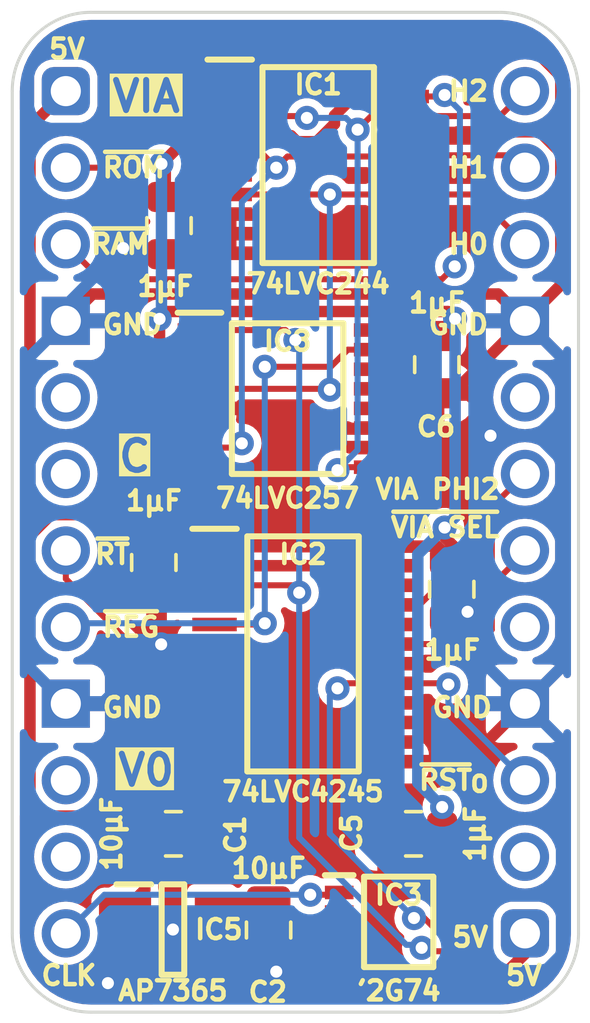
<source format=kicad_pcb>
(kicad_pcb (version 20221018) (generator pcbnew)
  (layers (0 "F.Cu" signal) (31 "B.Cu" signal) (34 "B.Paste" user) (36 "B.SilkS" user "B.Silkscreen") (37 "F.SilkS" user "F.Silkscreen") (38 "B.Mask" user) (39 "F.Mask" user) (44 "Edge.Cuts" user))
  (net 0 "")
  (net 2 "/~{Device ROM}")
  (net 7 "/5V")
  (net 8 "/GND")
  (net 9 "/3.3V")
  (net 10 "/~{Reset}")
  (net 11 "/1~{Q}")
  (net 12 "/CLK")
  (net 13 "/CLK÷2")
  (net 14 "/~{Reset}_{OUT}")
  (net 15 "/VIA PHI2 _{OUT}")
  (net 18 "/H0")
  (net 19 "/H1")
  (net 20 "/H2")
  (net 21 "/~{Device Registers}")
  (net 26 "/~{VIA Select} _{OUT}")
  (net 30 "/~{Device RAM}")
  (footprint "SamacSys_Parts:SOP65P400X110-8N" (layer "F.Cu") (at 138.049 111.379)
    (fp_text reference "IC3" (at 0 -0.889) (layer "F.SilkS") (effects (font (size 0.635 0.635))))
    (fp_text value "74LVC2G74DP,125" hide)
    (fp_text user "${Silkscreen}" (at 0 2.286) (layer "F.SilkS") (effects (font (size 0.635 0.635))))
    (fp_line (start -2.45 -1.55) (end -1.5 -1.55) (stroke (width 0.2)) (layer "F.SilkS"))
    (fp_line (start -1.15 -1.5) (end 1.15 -1.5) (stroke (width 0.2)) (layer "F.SilkS"))
    (fp_line (start -1.15 1.5) (end -1.15 -1.5) (stroke (width 0.2)) (layer "F.SilkS"))
    (fp_line (start 1.15 -1.5) (end 1.15 1.5) (stroke (width 0.2)) (layer "F.SilkS"))
    (fp_line (start 1.15 1.5) (end -1.15 1.5) (stroke (width 0.2)) (layer "F.SilkS"))
    (pad "1" smd rect (at -1.975 -0.975 90) (size 0.45 0.95) (layers "F.Cu" "F.Paste" "F.Mask") (net 12 "/CLK"))
    (pad "2" smd rect (at -1.975 -0.325 90) (size 0.45 0.95) (layers "F.Cu" "F.Paste" "F.Mask") (net 11 "/1~{Q}"))
    (pad "3" smd rect (at -1.975 0.325 90) (size 0.45 0.95) (layers "F.Cu" "F.Paste" "F.Mask") (net 11 "/1~{Q}"))
    (pad "4" smd rect (at -1.975 0.975 90) (size 0.45 0.95) (layers "F.Cu" "F.Paste" "F.Mask") (net 8 "/GND"))
    (pad "5" smd rect (at 1.975 0.975 90) (size 0.45 0.95) (layers "F.Cu" "F.Paste" "F.Mask") (net 13 "/CLK÷2"))
    (pad "6" smd rect (at 1.975 0.325 90) (size 0.45 0.95) (layers "F.Cu" "F.Paste" "F.Mask") (net 14 "/~{Reset}_{OUT}"))
    (pad "7" smd rect (at 1.975 -0.325 90) (size 0.45 0.95) (layers "F.Cu" "F.Paste" "F.Mask") (net 9 "/3.3V"))
    (pad "8" smd rect (at 1.975 -0.975 90) (size 0.45 0.95) (layers "F.Cu" "F.Paste" "F.Mask") (net 9 "/3.3V"))
  )
  (footprint "SamacSys_Parts:SOP65P640X110-20N" (layer "F.Cu") (at 135.378 86.274)
    (fp_text reference "IC1" (at 0 -2.667) (layer "F.SilkS") (effects (font (size 0.635 0.635))))
    (fp_text value "74LVC244APW,118" hide)
    (fp_text user "${Silkscreen}" (at 0 3.937) (layer "F.SilkS") (effects (font (size 0.635 0.635))))
    (fp_line (start -3.675 -3.5) (end -2.2 -3.5) (stroke (width 0.2)) (layer "F.SilkS"))
    (fp_line (start -1.85 -3.25) (end 1.85 -3.25) (stroke (width 0.2)) (layer "F.SilkS"))
    (fp_line (start -1.85 3.25) (end -1.85 -3.25) (stroke (width 0.2)) (layer "F.SilkS"))
    (fp_line (start 1.85 -3.25) (end 1.85 3.25) (stroke (width 0.2)) (layer "F.SilkS"))
    (fp_line (start 1.85 3.25) (end -1.85 3.25) (stroke (width 0.2)) (layer "F.SilkS"))
    (pad "1" smd rect (at -2.938 -2.925 90) (size 0.45 1.475) (layers "F.Cu" "F.Paste" "F.Mask") (net 2 "/~{Device ROM}"))
    (pad "2" smd rect (at -2.938 -2.275 90) (size 0.45 1.475) (layers "F.Cu" "F.Paste" "F.Mask") (net 8 "/GND"))
    (pad "3" smd rect (at -2.938 -1.625 90) (size 0.45 1.475) (layers "F.Cu" "F.Paste" "F.Mask") (net 20 "/H2"))
    (pad "4" smd rect (at -2.938 -0.975 90) (size 0.45 1.475) (layers "F.Cu" "F.Paste" "F.Mask") (net 9 "/3.3V"))
    (pad "5" smd rect (at -2.938 -0.325 90) (size 0.45 1.475) (layers "F.Cu" "F.Paste" "F.Mask") (net 19 "/H1"))
    (pad "6" smd rect (at -2.938 0.325 90) (size 0.45 1.475) (layers "F.Cu" "F.Paste" "F.Mask") (net 9 "/3.3V"))
    (pad "7" smd rect (at -2.938 0.975 90) (size 0.45 1.475) (layers "F.Cu" "F.Paste" "F.Mask") (net 18 "/H0"))
    (pad "8" smd rect (at -2.938 1.625 90) (size 0.45 1.475) (layers "F.Cu" "F.Paste" "F.Mask") (net 8 "/GND"))
    (pad "9" smd rect (at -2.938 2.275 90) (size 0.45 1.475) (layers "F.Cu" "F.Paste" "F.Mask") (net 8 "/GND"))
    (pad "10" smd rect (at -2.938 2.925 90) (size 0.45 1.475) (layers "F.Cu" "F.Paste" "F.Mask") (net 8 "/GND"))
    (pad "11" smd rect (at 2.938 2.925 90) (size 0.45 1.475) (layers "F.Cu" "F.Paste" "F.Mask"))
    (pad "12" smd rect (at 2.938 2.275 90) (size 0.45 1.475) (layers "F.Cu" "F.Paste" "F.Mask"))
    (pad "13" smd rect (at 2.938 1.625 90) (size 0.45 1.475) (layers "F.Cu" "F.Paste" "F.Mask") (net 8 "/GND"))
    (pad "14" smd rect (at 2.938 0.975 90) (size 0.45 1.475) (layers "F.Cu" "F.Paste" "F.Mask") (net 18 "/H0"))
    (pad "15" smd rect (at 2.938 0.325 90) (size 0.45 1.475) (layers "F.Cu" "F.Paste" "F.Mask") (net 8 "/GND"))
    (pad "16" smd rect (at 2.938 -0.325 90) (size 0.45 1.475) (layers "F.Cu" "F.Paste" "F.Mask") (net 19 "/H1"))
    (pad "17" smd rect (at 2.938 -0.975 90) (size 0.45 1.475) (layers "F.Cu" "F.Paste" "F.Mask") (net 8 "/GND"))
    (pad "18" smd rect (at 2.938 -1.625 90) (size 0.45 1.475) (layers "F.Cu" "F.Paste" "F.Mask") (net 20 "/H2"))
    (pad "19" smd rect (at 2.938 -2.275 90) (size 0.45 1.475) (layers "F.Cu" "F.Paste" "F.Mask") (net 30 "/~{Device RAM}"))
    (pad "20" smd rect (at 2.938 -2.925 90) (size 0.45 1.475) (layers "F.Cu" "F.Paste" "F.Mask") (net 9 "/3.3V"))
  )
  (footprint "SamacSys_Parts:C_0805" (layer "F.Cu") (at 139.315 92.878 180)
    (fp_text reference "C6" (at 0.027 -2.075) (layer "F.SilkS") (effects (font (size 0.635 0.635))))
    (fp_text value "1μF" (at 0 2.032) (layer "F.SilkS") (effects (font (size 0.635 0.635))))
    (fp_line (start -0.735 0.245252) (end -0.735 -0.277252) (stroke (width 0.12)) (layer "F.SilkS"))
    (fp_line (start 0.735 0.245252) (end 0.735 -0.277252) (stroke (width 0.12)) (layer "F.SilkS"))
    (pad "1" smd roundrect (at 0 0.934 270) (size 1 1.45) (layers "F.Cu" "F.Paste" "F.Mask") (net 9 "/3.3V"))
    (pad "2" smd roundrect (at 0 -0.966 270) (size 1 1.45) (layers "F.Cu" "F.Paste" "F.Mask") (net 8 "/GND"))
  )
  (footprint "SamacSys_Parts:C_0805" (layer "F.Cu") (at 138.557 108.458 90)
    (fp_text reference "C5" (at 0.027 -2.075 90) (layer "F.SilkS") (effects (font (size 0.635 0.635))))
    (fp_text value "1μF" (at 0 2.032 90) (layer "F.SilkS") (effects (font (size 0.635 0.635))))
    (fp_line (start -0.735 0.245252) (end -0.735 -0.277252) (stroke (width 0.12)) (layer "F.SilkS"))
    (fp_line (start 0.735 0.245252) (end 0.735 -0.277252) (stroke (width 0.12)) (layer "F.SilkS"))
    (pad "1" smd roundrect (at 0 0.934 180) (size 1 1.45) (layers "F.Cu" "F.Paste" "F.Mask") (net 9 "/3.3V"))
    (pad "2" smd roundrect (at 0 -0.966 180) (size 1 1.45) (layers "F.Cu" "F.Paste" "F.Mask") (net 8 "/GND"))
  )
  (footprint "SamacSys_Parts:C_0805" (layer "F.Cu") (at 139.81 100.33 180)
    (fp_text reference "C3" hide)
    (fp_text value "1μF" (at -0.017 -2.032) (layer "F.SilkS") (effects (font (size 0.635 0.635))))
    (fp_line (start -0.735 0.245252) (end -0.735 -0.277252) (stroke (width 0.12)) (layer "F.SilkS"))
    (fp_line (start 0.735 0.245252) (end 0.735 -0.277252) (stroke (width 0.12)) (layer "F.SilkS"))
    (pad "1" smd roundrect (at 0 0.934 270) (size 1 1.45) (layers "F.Cu" "F.Paste" "F.Mask") (net 9 "/3.3V"))
    (pad "2" smd roundrect (at 0 -0.966 270) (size 1 1.45) (layers "F.Cu" "F.Paste" "F.Mask") (net 8 "/GND"))
  )
  (footprint "SamacSys_Parts:C_0805" (layer "F.Cu") (at 130.425 88.265 180)
    (fp_text reference "C9" hide)
    (fp_text value "1μF" (at 0.123 -2.032) (layer "F.SilkS") (effects (font (size 0.635 0.635))))
    (fp_line (start -0.735 0.245252) (end -0.735 -0.277252) (stroke (width 0.12)) (layer "F.SilkS"))
    (fp_line (start 0.735 0.245252) (end 0.735 -0.277252) (stroke (width 0.12)) (layer "F.SilkS"))
    (pad "1" smd roundrect (at 0 0.934 270) (size 1 1.45) (layers "F.Cu" "F.Paste" "F.Mask") (net 9 "/3.3V"))
    (pad "2" smd roundrect (at 0 -0.966 270) (size 1 1.45) (layers "F.Cu" "F.Paste" "F.Mask") (net 8 "/GND"))
  )
  (footprint "SamacSys_Parts:C_0805" (layer "F.Cu") (at 133.731 111.633 180)
    (fp_text reference "C2" (at 0.027 -2.075) (layer "F.SilkS") (effects (font (size 0.635 0.635))))
    (fp_text value "10μF" (at 0 2.032) (layer "F.SilkS") (effects (font (size 0.635 0.635))))
    (fp_line (start -0.735 0.245252) (end -0.735 -0.277252) (stroke (width 0.12)) (layer "F.SilkS"))
    (fp_line (start 0.735 0.245252) (end 0.735 -0.277252) (stroke (width 0.12)) (layer "F.SilkS"))
    (pad "1" smd roundrect (at 0 0.934 270) (size 1 1.45) (layers "F.Cu" "F.Paste" "F.Mask") (net 9 "/3.3V"))
    (pad "2" smd roundrect (at 0 -0.966 270) (size 1 1.45) (layers "F.Cu" "F.Paste" "F.Mask") (net 8 "/GND"))
  )
  (footprint "SamacSys_Parts:DIP-24_Board_W15.24mm" (layer "F.Cu") (at 127 83.82)
    (fp_text reference "J3" hide)
    (fp_text value "Conn_02x16_Counter_Clockwise" hide)
    (fp_line (start -1.778 27.94) (end -1.778 0) (stroke (width 0.1)) (layer "Edge.Cuts"))
    (fp_line (start 0.835732 -2.613732) (end 14.404267 -2.613733) (stroke (width 0.1)) (layer "Edge.Cuts"))
    (fp_line (start 14.404268 30.553732) (end 0.835733 30.553733) (stroke (width 0.1)) (layer "Edge.Cuts"))
    (fp_line (start 17.018 27.94) (end 17.017999 -0.000001) (stroke (width 0.1)) (layer "Edge.Cuts"))
    (fp_arc (start -1.778 0) (mid -1.012456 -1.848188) (end 0.835732 -2.613732) (stroke (width 0.1)) (layer "Edge.Cuts"))
    (fp_arc (start 0.835733 30.553733) (mid -1.012457 29.788189) (end -1.778 27.94) (stroke (width 0.1)) (layer "Edge.Cuts"))
    (fp_arc (start 14.404267 -2.613733) (mid 16.252457 -1.84819) (end 17.017999 -0.000001) (stroke (width 0.1)) (layer "Edge.Cuts"))
    (fp_arc (start 17.018 27.94) (mid 16.252456 29.788187) (end 14.404268 30.553732) (stroke (width 0.1)) (layer "Edge.Cuts"))
    (pad "1" thru_hole roundrect (at 0 0) (size 1.6 1.6) (drill 1) (layers "*.Cu" "*.Mask") (net 7 "/5V"))
    (pad "2" thru_hole oval (at 0 2.54) (size 1.6 1.6) (drill 1) (layers "*.Cu" "*.Mask") (net 2 "/~{Device ROM}"))
    (pad "3" thru_hole oval (at 0 5.08) (size 1.6 1.6) (drill 1) (layers "*.Cu" "*.Mask") (net 30 "/~{Device RAM}"))
    (pad "4" thru_hole rect (at 0 7.62) (size 1.6 1.6) (drill 1) (layers "*.Cu" "*.Mask") (net 8 "/GND"))
    (pad "5" thru_hole oval (at 0 10.16) (size 1.6 1.6) (drill 1) (layers "*.Cu" "*.Mask"))
    (pad "6" thru_hole oval (at 0 12.7) (size 1.6 1.6) (drill 1) (layers "*.Cu" "*.Mask"))
    (pad "7" thru_hole oval (at 0 15.24) (size 1.6 1.6) (drill 1) (layers "*.Cu" "*.Mask") (net 10 "/~{Reset}"))
    (pad "8" thru_hole oval (at 0 17.78) (size 1.6 1.6) (drill 1) (layers "*.Cu" "*.Mask") (net 21 "/~{Device Registers}"))
    (pad "9" thru_hole rect (at 0 20.32) (size 1.6 1.6) (drill 1) (layers "*.Cu" "*.Mask") (net 8 "/GND"))
    (pad "10" thru_hole oval (at 0 22.86) (size 1.6 1.6) (drill 1) (layers "*.Cu" "*.Mask"))
    (pad "11" thru_hole oval (at 0 25.4) (size 1.6 1.6) (drill 1) (layers "*.Cu" "*.Mask"))
    (pad "12" thru_hole oval (at 0 27.94) (size 1.6 1.6) (drill 1) (layers "*.Cu" "*.Mask") (net 12 "/CLK"))
    (pad "13" thru_hole roundrect (at 15.24 27.94) (size 1.6 1.6) (drill 1) (layers "*.Cu" "*.Mask") (net 7 "/5V"))
    (pad "14" thru_hole oval (at 15.24 25.4) (size 1.6 1.6) (drill 1) (layers "*.Cu" "*.Mask"))
    (pad "15" thru_hole oval (at 15.24 22.86) (size 1.6 1.6) (drill 1) (layers "*.Cu" "*.Mask") (net 14 "/~{Reset}_{OUT}"))
    (pad "16" thru_hole rect (at 15.24 20.32) (size 1.6 1.6) (drill 1) (layers "*.Cu" "*.Mask") (net 8 "/GND"))
    (pad "17" thru_hole oval (at 15.24 17.78 180) (size 1.6 1.6) (drill 1) (layers "*.Cu" "*.Mask"))
    (pad "18" thru_hole oval (at 15.24 15.24 180) (size 1.6 1.6) (drill 1) (layers "*.Cu" "*.Mask") (net 26 "/~{VIA Select} _{OUT}"))
    (pad "19" thru_hole oval (at 15.24 12.7 180) (size 1.6 1.6) (drill 1) (layers "*.Cu" "*.Mask") (net 15 "/VIA PHI2 _{OUT}"))
    (pad "20" thru_hole oval (at 15.24 10.16 180) (size 1.6 1.6) (drill 1) (layers "*.Cu" "*.Mask"))
    (pad "21" thru_hole rect (at 15.24 7.62) (size 1.6 1.6) (drill 1) (layers "*.Cu" "*.Mask") (net 8 "/GND"))
    (pad "22" thru_hole oval (at 15.24 5.08) (size 1.6 1.6) (drill 1) (layers "*.Cu" "*.Mask") (net 18 "/H0"))
    (pad "23" thru_hole oval (at 15.24 2.54) (size 1.6 1.6) (drill 1) (layers "*.Cu" "*.Mask") (net 19 "/H1"))
    (pad "24" thru_hole oval (at 15.24 0) (size 1.6 1.6) (drill 1) (layers "*.Cu" "*.Mask") (net 20 "/H2"))
  )
  (footprint "SamacSys_Parts:C_0805" (layer "F.Cu") (at 129.921 99.441 180)
    (fp_text reference "C8" hide)
    (fp_text value "1μF" (at 0 2.032) (layer "F.SilkS") (effects (font (size 0.635 0.635))))
    (fp_line (start -0.735 0.245252) (end -0.735 -0.277252) (stroke (width 0.12)) (layer "F.SilkS"))
    (fp_line (start 0.735 0.245252) (end 0.735 -0.277252) (stroke (width 0.12)) (layer "F.SilkS"))
    (pad "1" smd roundrect (at 0 0.934 270) (size 1 1.45) (layers "F.Cu" "F.Paste" "F.Mask") (net 7 "/5V"))
    (pad "2" smd roundrect (at 0 -0.966 270) (size 1 1.45) (layers "F.Cu" "F.Paste" "F.Mask") (net 8 "/GND"))
  )
  (footprint "SamacSys_Parts:SOP65P640X110-24N" (layer "F.Cu") (at 134.874 102.489)
    (fp_text reference "IC2" (at 0 -3.302) (layer "F.SilkS") (effects (font (size 0.635 0.635))))
    (fp_text value "74LVC4245APW,118" hide)
    (fp_text user "${Silkscreen}" (at 0 4.572) (layer "F.SilkS") (effects (font (size 0.635 0.635))))
    (fp_line (start -3.675 -4.15) (end -2.2 -4.15) (stroke (width 0.2)) (layer "F.SilkS"))
    (fp_line (start -1.85 -3.9) (end 1.85 -3.9) (stroke (width 0.2)) (layer "F.SilkS"))
    (fp_line (start -1.85 3.9) (end -1.85 -3.9) (stroke (width 0.2)) (layer "F.SilkS"))
    (fp_line (start 1.85 -3.9) (end 1.85 3.9) (stroke (width 0.2)) (layer "F.SilkS"))
    (fp_line (start 1.85 3.9) (end -1.85 3.9) (stroke (width 0.2)) (layer "F.SilkS"))
    (pad "1" smd rect (at -2.938 -3.575 90) (size 0.45 1.475) (layers "F.Cu" "F.Paste" "F.Mask") (net 7 "/5V"))
    (pad "2" smd rect (at -2.938 -2.925 90) (size 0.45 1.475) (layers "F.Cu" "F.Paste" "F.Mask") (net 9 "/3.3V"))
    (pad "3" smd rect (at -2.938 -2.275 90) (size 0.45 1.475) (layers "F.Cu" "F.Paste" "F.Mask") (net 13 "/CLK÷2"))
    (pad "4" smd rect (at -2.938 -1.625 90) (size 0.45 1.475) (layers "F.Cu" "F.Paste" "F.Mask") (net 8 "/GND"))
    (pad "5" smd rect (at -2.938 -0.975 90) (size 0.45 1.475) (layers "F.Cu" "F.Paste" "F.Mask") (net 21 "/~{Device Registers}"))
    (pad "6" smd rect (at -2.938 -0.325 90) (size 0.45 1.475) (layers "F.Cu" "F.Paste" "F.Mask") (net 8 "/GND"))
    (pad "7" smd rect (at -2.938 0.325 90) (size 0.45 1.475) (layers "F.Cu" "F.Paste" "F.Mask") (net 10 "/~{Reset}"))
    (pad "8" smd rect (at -2.938 0.975 90) (size 0.45 1.475) (layers "F.Cu" "F.Paste" "F.Mask") (net 8 "/GND"))
    (pad "9" smd rect (at -2.938 1.625 90) (size 0.45 1.475) (layers "F.Cu" "F.Paste" "F.Mask") (net 8 "/GND"))
    (pad "10" smd rect (at -2.938 2.275 90) (size 0.45 1.475) (layers "F.Cu" "F.Paste" "F.Mask") (net 8 "/GND"))
    (pad "11" smd rect (at -2.938 2.925 90) (size 0.45 1.475) (layers "F.Cu" "F.Paste" "F.Mask") (net 8 "/GND"))
    (pad "12" smd rect (at -2.938 3.575 90) (size 0.45 1.475) (layers "F.Cu" "F.Paste" "F.Mask") (net 8 "/GND"))
    (pad "13" smd rect (at 2.938 3.575 90) (size 0.45 1.475) (layers "F.Cu" "F.Paste" "F.Mask") (net 8 "/GND"))
    (pad "14" smd rect (at 2.938 2.925 90) (size 0.45 1.475) (layers "F.Cu" "F.Paste" "F.Mask"))
    (pad "15" smd rect (at 2.938 2.275 90) (size 0.45 1.475) (layers "F.Cu" "F.Paste" "F.Mask"))
    (pad "16" smd rect (at 2.938 1.625 90) (size 0.45 1.475) (layers "F.Cu" "F.Paste" "F.Mask"))
    (pad "17" smd rect (at 2.938 0.975 90) (size 0.45 1.475) (layers "F.Cu" "F.Paste" "F.Mask") (net 14 "/~{Reset}_{OUT}"))
    (pad "18" smd rect (at 2.938 0.325 90) (size 0.45 1.475) (layers "F.Cu" "F.Paste" "F.Mask"))
    (pad "19" smd rect (at 2.938 -0.325 90) (size 0.45 1.475) (layers "F.Cu" "F.Paste" "F.Mask") (net 26 "/~{VIA Select} _{OUT}"))
    (pad "20" smd rect (at 2.938 -0.975 90) (size 0.45 1.475) (layers "F.Cu" "F.Paste" "F.Mask"))
    (pad "21" smd rect (at 2.938 -1.625 90) (size 0.45 1.475) (layers "F.Cu" "F.Paste" "F.Mask") (net 15 "/VIA PHI2 _{OUT}"))
    (pad "22" smd rect (at 2.938 -2.275 90) (size 0.45 1.475) (layers "F.Cu" "F.Paste" "F.Mask") (net 8 "/GND"))
    (pad "23" smd rect (at 2.938 -2.925 90) (size 0.45 1.475) (layers "F.Cu" "F.Paste" "F.Mask") (net 9 "/3.3V"))
    (pad "24" smd rect (at 2.938 -3.575 90) (size 0.45 1.475) (layers "F.Cu" "F.Paste" "F.Mask") (net 9 "/3.3V"))
  )
  (footprint "SamacSys_Parts:C_0805" (layer "F.Cu") (at 130.556 108.458 -90)
    (fp_text reference "C1" (at 0.027 -2.075 90) (layer "F.SilkS") (effects (font (size 0.635 0.635))))
    (fp_text value "10μF" (at 0 2.032 90) (layer "F.SilkS") (effects (font (size 0.635 0.635))))
    (fp_line (start -0.735 0.245252) (end -0.735 -0.277252) (stroke (width 0.12)) (layer "F.SilkS"))
    (fp_line (start 0.735 0.245252) (end 0.735 -0.277252) (stroke (width 0.12)) (layer "F.SilkS"))
    (pad "1" smd roundrect (at 0 0.934) (size 1 1.45) (layers "F.Cu" "F.Paste" "F.Mask") (net 7 "/5V"))
    (pad "2" smd roundrect (at 0 -0.966) (size 1 1.45) (layers "F.Cu" "F.Paste" "F.Mask") (net 8 "/GND"))
  )
  (footprint "SamacSys_Parts:SOT95P285X130-5N" (layer "F.Cu") (at 130.556 111.633)
    (fp_text reference "IC5" (at 1.524 0) (layer "F.SilkS") (effects (font (size 0.635 0.635))))
    (fp_text value "AP7365-33WG-7" hide)
    (fp_text user "${Silkscreen}" (at 0 2.032) (layer "F.SilkS") (effects (font (size 0.635 0.635))))
    (fp_line (start -1.875 -1.5) (end -0.725 -1.5) (stroke (width 0.2)) (layer "F.SilkS"))
    (fp_line (start -0.375 -1.5) (end 0.375 -1.5) (stroke (width 0.2)) (layer "F.SilkS"))
    (fp_line (start -0.375 1.5) (end -0.375 -1.5) (stroke (width 0.2)) (layer "F.SilkS"))
    (fp_line (start 0.375 -1.5) (end 0.375 1.5) (stroke (width 0.2)) (layer "F.SilkS"))
    (fp_line (start 0.375 1.5) (end -0.375 1.5) (stroke (width 0.2)) (layer "F.SilkS"))
    (pad "1" smd rect (at -1.3 -0.95 90) (size 0.6 1.15) (layers "F.Cu" "F.Paste" "F.Mask") (net 7 "/5V"))
    (pad "2" smd rect (at -1.3 0 90) (size 0.6 1.15) (layers "F.Cu" "F.Paste" "F.Mask") (net 8 "/GND"))
    (pad "3" smd rect (at -1.3 0.95 90) (size 0.6 1.15) (layers "F.Cu" "F.Paste" "F.Mask") (net 7 "/5V"))
    (pad "4" smd rect (at 1.3 0.95 90) (size 0.6 1.15) (layers "F.Cu" "F.Paste" "F.Mask"))
    (pad "5" smd rect (at 1.3 -0.95 90) (size 0.6 1.15) (layers "F.Cu" "F.Paste" "F.Mask") (net 9 "/3.3V"))
  )
  (footprint "SamacSys_Parts:SOP65P640X110-16N" (layer "F.Cu") (at 134.362 94.021)
    (fp_text reference "IC8" (at 0 -1.905) (layer "F.SilkS") (effects (font (size 0.635 0.635))))
    (fp_text value "74LVC257APW,118" hide)
    (fp_text user "${Silkscreen}" (at 0 3.302) (layer "F.SilkS") (effects (font (size 0.635 0.635))))
    (fp_line (start -3.65 -2.85) (end -2.2 -2.85) (stroke (width 0.2)) (layer "F.SilkS"))
    (fp_line (start -1.85 -2.5) (end 1.85 -2.5) (stroke (width 0.2)) (layer "F.SilkS"))
    (fp_line (start -1.85 2.5) (end -1.85 -2.5) (stroke (width 0.2)) (layer "F.SilkS"))
    (fp_line (start 1.85 -2.5) (end 1.85 2.5) (stroke (width 0.2)) (layer "F.SilkS"))
    (fp_line (start 1.85 2.5) (end -1.85 2.5) (stroke (width 0.2)) (layer "F.SilkS"))
    (pad "1" smd rect (at -2.925 -2.275 90) (size 0.45 1.45) (layers "F.Cu" "F.Paste" "F.Mask") (net 13 "/CLK÷2"))
    (pad "2" smd rect (at -2.925 -1.625 90) (size 0.45 1.45) (layers "F.Cu" "F.Paste" "F.Mask") (net 9 "/3.3V"))
    (pad "3" smd rect (at -2.925 -0.975 90) (size 0.45 1.45) (layers "F.Cu" "F.Paste" "F.Mask") (net 9 "/3.3V"))
    (pad "4" smd rect (at -2.925 -0.325 90) (size 0.45 1.45) (layers "F.Cu" "F.Paste" "F.Mask") (net 18 "/H0"))
    (pad "5" smd rect (at -2.925 0.325 90) (size 0.45 1.45) (layers "F.Cu" "F.Paste" "F.Mask") (net 8 "/GND"))
    (pad "6" smd rect (at -2.925 0.975 90) (size 0.45 1.45) (layers "F.Cu" "F.Paste" "F.Mask") (net 9 "/3.3V"))
    (pad "7" smd rect (at -2.925 1.625 90) (size 0.45 1.45) (layers "F.Cu" "F.Paste" "F.Mask") (net 19 "/H1"))
    (pad "8" smd rect (at -2.925 2.275 90) (size 0.45 1.45) (layers "F.Cu" "F.Paste" "F.Mask") (net 8 "/GND"))
    (pad "9" smd rect (at 2.925 2.275 90) (size 0.45 1.45) (layers "F.Cu" "F.Paste" "F.Mask") (net 20 "/H2"))
    (pad "10" smd rect (at 2.925 1.625 90) (size 0.45 1.45) (layers "F.Cu" "F.Paste" "F.Mask") (net 8 "/GND"))
    (pad "11" smd rect (at 2.925 0.975 90) (size 0.45 1.45) (layers "F.Cu" "F.Paste" "F.Mask") (net 8 "/GND"))
    (pad "12" smd rect (at 2.925 0.325 90) (size 0.45 1.45) (layers "F.Cu" "F.Paste" "F.Mask"))
    (pad "13" smd rect (at 2.925 -0.325 90) (size 0.45 1.45) (layers "F.Cu" "F.Paste" "F.Mask") (net 8 "/GND"))
    (pad "14" smd rect (at 2.925 -0.975 90) (size 0.45 1.45) (layers "F.Cu" "F.Paste" "F.Mask") (net 8 "/GND"))
    (pad "15" smd rect (at 2.925 -1.625 90) (size 0.45 1.45) (layers "F.Cu" "F.Paste" "F.Mask") (net 21 "/~{Device Registers}"))
    (pad "16" smd rect (at 2.925 -2.275 90) (size 0.45 1.45) (layers "F.Cu" "F.Paste" "F.Mask") (net 9 "/3.3V"))
  )
  (gr_text "VIA PHI2" (at 141.478 97.028) (layer "F.SilkS") (effects (font (size 0.635 0.635) (thickness 0.15) bold) (justify right)))
  (gr_text "~{RAM}" (at 127.762 88.9) (layer "F.SilkS") (effects (font (size 0.635 0.635) (thickness 0.15) bold) (justify left)))
  (gr_text "~{ROM}" (at 128.143 86.36) (layer "F.SilkS") (effects (font (size 0.635 0.635) (thickness 0.15) bold) (justify left)))
  (gr_text "GND" (at 141.224 104.267) (layer "F.SilkS") (effects (font (size 0.635 0.635) (thickness 0.15) bold) (justify right)))
  (gr_text "C" (at 129.286 96.52) (layer "F.SilkS" knockout) (effects (font (size 1 1) (thickness 0.2) bold) (justify bottom)))
  (gr_text "5V" (at 126.365 82.423) (layer "F.SilkS") (effects (font (size 0.635 0.635) (thickness 0.15) bold) (justify left)))
  (gr_text "VIA" (at 129.667 84.582) (layer "F.SilkS" knockout) (effects (font (size 1 1) (thickness 0.2) bold) (justify bottom)))
  (gr_text "~{RST}_{O}" (at 141.097 106.68) (layer "F.SilkS") (effects (font (size 0.635 0.635) (thickness 0.15) bold) (justify right)))
  (gr_text "~{RT}" (at 127.889 99.187) (layer "F.SilkS") (effects (font (size 0.635 0.635) (thickness 0.15) bold) (justify left)))
  (gr_text "GND" (at 141.097 91.567) (layer "F.SilkS") (effects (font (size 0.635 0.635) (thickness 0.15) bold) (justify right)))
  (gr_text "~{VIA SEL}" (at 141.478 98.298) (layer "F.SilkS") (effects (font (size 0.635 0.635) (thickness 0.15) bold) (justify right)))
  (gr_text "~{REG}" (at 128.143 101.6) (layer "F.SilkS") (effects (font (size 0.635 0.635) (thickness 0.15) bold) (justify left)))
  (gr_text "H2" (at 141.097 83.82) (layer "F.SilkS") (effects (font (size 0.635 0.635) (thickness 0.15) bold) (justify right)))
  (gr_text "5V" (at 142.875 113.157) (layer "F.SilkS") (effects (font (size 0.635 0.635) (thickness 0.15) bold) (justify right)))
  (gr_text "H1" (at 141.097 86.36) (layer "F.SilkS") (effects (font (size 0.635 0.635) (thickness 0.15) bold) (justify right)))
  (gr_text "H0" (at 141.097 88.9) (layer "F.SilkS") (effects (font (size 0.635 0.635) (thickness 0.15) bold) (justify right)))
  (gr_text "GND" (at 128.143 104.267) (layer "F.SilkS") (effects (font (size 0.635 0.635) (thickness 0.15) bold) (justify left)))
  (gr_text "5V" (at 141.097 111.887) (layer "F.SilkS") (effects (font (size 0.635 0.635) (thickness 0.15) bold) (justify right)))
  (gr_text "CLK" (at 126.111 113.157) (layer "F.SilkS") (effects (font (size 0.635 0.635) (thickness 0.15) bold) (justify left)))
  (gr_text "GND" (at 128.143 91.567) (layer "F.SilkS") (effects (font (size 0.635 0.635) (thickness 0.15) bold) (justify left)))
  (gr_text "V0" (at 129.667 106.934) (layer "F.SilkS" knockout) (effects (font (size 1 1) (thickness 0.2) bold) (justify bottom)))
  (segment (start 132.44 83.349) (end 131.5025 83.349) (width 0.2) (layer "F.Cu") (net 2))
  (segment (start 128.4915 86.36) (end 127 86.36) (width 0.2) (layer "F.Cu") (net 2))
  (segment (start 131.5025 83.349) (end 128.4915 86.36) (width 0.2) (layer "F.Cu") (net 2))
  (segment (start 130.592 113.919) (end 129.256 112.583) (width 0.38) (layer "F.Cu") (net 7))
  (segment (start 142.24 112.438244) (end 140.759244 113.919) (width 0.38) (layer "F.Cu") (net 7))
  (segment (start 125.81 85.01) (end 127 83.82) (width 0.38) (layer "F.Cu") (net 7))
  (segment (start 131.936 98.914) (end 130.612 98.914) (width 0.38) (layer "F.Cu") (net 7))
  (segment (start 128.559229 112.583) (end 129.256 112.583) (width 0.38) (layer "F.Cu") (net 7))
  (segment (start 125.81 98.567085) (end 126.507085 97.87) (width 0.38) (layer "F.Cu") (net 7))
  (segment (start 129.284 97.87) (end 129.921 98.507) (width 0.38) (layer "F.Cu") (net 7))
  (segment (start 125.81 107.268) (end 125.81 98.567085) (width 0.38) (layer "F.Cu") (net 7))
  (segment (start 129.622 108.458) (end 129.622 110.317) (width 0.38) (layer "F.Cu") (net 7))
  (segment (start 129.034 107.87) (end 126.412 107.87) (width 0.38) (layer "F.Cu") (net 7))
  (segment (start 126.412 107.87) (end 125.81 107.268) (width 0.38) (layer "F.Cu") (net 7))
  (segment (start 129.622 108.458) (end 129.034 107.87) (width 0.38) (layer "F.Cu") (net 7))
  (segment (start 140.759244 113.919) (end 130.592 113.919) (width 0.38) (layer "F.Cu") (net 7))
  (segment (start 128.291 112.314771) (end 128.559229 112.583) (width 0.38) (layer "F.Cu") (net 7))
  (segment (start 128.301 110.683) (end 128.291 110.693) (width 0.38) (layer "F.Cu") (net 7))
  (segment (start 128.291 110.693) (end 128.291 112.314771) (width 0.38) (layer "F.Cu") (net 7))
  (segment (start 130.612 98.914) (end 130.063 98.365) (width 0.38) (layer "F.Cu") (net 7))
  (segment (start 129.256 110.683) (end 128.301 110.683) (width 0.38) (layer "F.Cu") (net 7))
  (segment (start 142.24 111.76) (end 142.24 112.438244) (width 0.38) (layer "F.Cu") (net 7))
  (segment (start 126.507085 97.87) (end 129.284 97.87) (width 0.38) (layer "F.Cu") (net 7))
  (segment (start 126.507085 97.87) (end 125.81 97.172915) (width 0.38) (layer "F.Cu") (net 7))
  (segment (start 125.81 97.172915) (end 125.81 85.01) (width 0.38) (layer "F.Cu") (net 7))
  (segment (start 129.622 110.317) (end 129.256 110.683) (width 0.38) (layer "F.Cu") (net 7))
  (segment (start 130.164719 100.684719) (end 130.164719 102.173) (width 0.38) (layer "F.Cu") (net 8))
  (segment (start 142.732915 85.17) (end 140.001 85.17) (width 0.38) (layer "F.Cu") (net 8))
  (segment (start 130.173719 102.164) (end 130.164719 102.173) (width 0.38) (layer "F.Cu") (net 8))
  (segment (start 132.145 89.494) (end 132.44 89.199) (width 0.38) (layer "F.Cu") (net 8))
  (segment (start 137.812 106.064) (end 140.316 106.064) (width 0.38) (layer "F.Cu") (net 8))
  (segment (start 133.0635 102.174) (end 133.0635 103.454) (width 0.38) (layer "F.Cu") (net 8))
  (segment (start 143.43 85.867085) (end 142.732915 85.17) (width 0.38) (layer "F.Cu") (net 8))
  (segment (start 131.936 103.464) (end 131.936 104.114) (width 0.38) (layer "F.Cu") (net 8))
  (segment (start 132.44 88.549) (end 132.44 87.899) (width 0.38) (layer "F.Cu") (net 8))
  (segment (start 133.0535 102.164) (end 133.0635 102.174) (width 0.38) (layer "F.Cu") (net 8))
  (segment (start 127.889 90.551) (end 127 91.44) (width 0.38) (layer "F.Cu") (net 8))
  (segment (start 142.732915 85.17) (end 143.43 84.472915) (width 0.38) (layer "F.Cu") (net 8))
  (segment (start 130.556 111.633) (end 129.256 111.633) (width 0.38) (layer "F.Cu") (net 8))
  (segment (start 143.43 92.63) (end 142.24 91.44) (width 0.38) (layer "F.Cu") (net 8))
  (segment (start 133.985 113.03) (end 133.985 112.853) (width 0.38) (layer "F.Cu") (net 8))
  (segment (start 143.43 84.472915) (end 143.43 83.327085) (width 0.38) (layer "F.Cu") (net 8))
  (segment (start 140.326 93.844) (end 139.315 93.844) (width 0.38) (layer "F.Cu") (net 8))
  (segment (start 141.097 95.25) (end 141.097 94.615) (width 0.38) (layer "F.Cu") (net 8))
  (segment (start 137.812 106.064) (end 131.936 106.064) (width 0.38) (layer "F.Cu") (net 8))
  (segment (start 133.5325 83.999) (end 132.44 83.999) (width 0.38) (layer "F.Cu") (net 8))
  (segment (start 131.522 108.458) (end 137.591 108.458) (width 0.38) (layer "F.Cu") (net 8))
  (segment (start 128.397 104.14) (end 130.321 106.064) (width 0.38) (layer "F.Cu") (net 8))
  (segment (start 132.44 89.199) (end 132.44 88.549) (width 0.38) (layer "F.Cu") (net 8))
  (segment (start 130.556 111.633) (end 130.556 108.966) (width 0.38) (layer "F.Cu") (net 8))
  (segment (start 140.316 106.064) (end 142.24 104.14) (width 0.38) (layer "F.Cu") (net 8))
  (segment (start 133.0535 103.464) (end 131.936 103.464) (width 0.38) (layer "F.Cu") (net 8))
  (segment (start 139.836 93.844) (end 142.24 91.44) (width 0.38) (layer "F.Cu") (net 8))
  (segment (start 134.9815 82.55) (end 133.5325 83.999) (width 0.38) (layer "F.Cu") (net 8))
  (segment (start 143.43 90.25) (end 143.43 85.867085) (width 0.38) (layer "F.Cu") (net 8))
  (segment (start 141.351 90.551) (end 127.889 90.551) (width 0.38) (layer "F.Cu") (net 8))
  (segment (start 131.0165 100.864) (end 130.4675 100.315) (width 0.38) (layer "F.Cu") (net 8))
  (segment (start 132.765 111.633) (end 130.556 111.633) (width 0.38) (layer "F.Cu") (net 8))
  (segment (start 130.321 106.064) (end 131.936 106.064) (width 0.38) (layer "F.Cu") (net 8))
  (segment (start 127 104.14) (end 128.397 104.14) (width 0.38) (layer "F.Cu") (net 8))
  (segment (start 131.936 102.164) (end 133.0535 102.164) (width 0.38) (layer "F.Cu") (net 8))
  (segment (start 142.24 91.44) (end 143.43 90.25) (width 0.38) (layer "F.Cu") (net 8))
  (segment (start 131.064 108.458) (end 131.522 108.458) (width 0.38) (layer "F.Cu") (net 8))
  (segment (start 133.0635 103.454) (end 133.0535 103.464) (width 0.38) (layer "F.Cu") (net 8))
  (segment (start 130.688 89.494) (end 132.145 89.494) (width 0.38) (layer "F.Cu") (net 8))
  (segment (start 133.985 113.03) (end 132.765 111.633) (width 0.38) (layer "F.Cu") (net 8))
  (segment (start 139.872 85.299) (end 138.316 85.299) (width 0.38) (layer "F.Cu") (net 8))
  (segment (start 130.4675 100.315) (end 130.013 100.315) (width 0.38) (layer "F.Cu") (net 8))
  (segment (start 128.905 89.027) (end 130.203 89.027) (width 0.38) (layer "F.Cu") (net 8))
  (segment (start 141.097 94.615) (end 140.326 93.844) (width 0.38) (layer "F.Cu") (net 8))
  (segment (start 140.001 85.17) (end 139.872 85.299) (width 0.38) (layer "F.Cu") (net 8))
  (segment (start 142.24 91.44) (end 141.351 90.551) (width 0.38) (layer "F.Cu") (net 8))
  (segment (start 142.652915 82.55) (end 134.9815 82.55) (width 0.38) (layer "F.Cu") (net 8))
  (segment (start 130.556 108.966) (end 131.064 108.458) (width 0.38) (layer "F.Cu") (net 8))
  (segment (start 143.43 102.95) (end 143.43 92.63) (width 0.38) (layer "F.Cu") (net 8))
  (segment (start 131.936 105.414) (end 131.936 106.064) (width 0.38) (layer "F.Cu") (net 8))
  (segment (start 131.936 104.114) (end 131.936 104.764) (width 0.38) (layer "F.Cu") (net 8))
  (segment (start 131.936 100.864) (end 131.0165 100.864) (width 0.38) (layer "F.Cu") (net 8))
  (segment (start 131.936 104.764) (end 131.936 105.414) (width 0.38) (layer "F.Cu") (net 8))
  (segment (start 131.936 102.164) (end 130.173719 102.164) (width 0.38) (layer "F.Cu") (net 8))
  (segment (start 143.43 83.327085) (end 142.652915 82.55) (width 0.38) (layer "F.Cu") (net 8))
  (segment (start 142.24 104.14) (end 143.43 102.95) (width 0.38) (layer "F.Cu") (net 8))
  (via (at 130.164719 102.173) (size 0.8) (drill 0.4) (layers "F.Cu" "B.Cu") (net 8))
  (via (at 140.335 101.092) (size 0.8) (drill 0.4) (layers "F.Cu" "B.Cu") (net 8))
  (via (at 130.556 111.633) (size 0.8) (drill 0.4) (layers "F.Cu" "B.Cu") (net 8))
  (via (at 133.985 113.03) (size 0.8) (drill 0.4) (layers "F.Cu" "B.Cu") (net 8))
  (via (at 141.097 95.25) (size 0.8) (drill 0.4) (layers "F.Cu" "B.Cu") (net 8))
  (via (at 128.397 113.411) (size 0.8) (drill 0.4) (layers "F.Cu" "B.Cu") (net 8))
  (via (at 128.905 89.027) (size 0.8) (drill 0.4) (layers "F.Cu" "B.Cu") (net 8))
  (segment (start 143.43 96.027085) (end 142.652915 95.25) (width 0.38) (layer "B.Cu") (net 8))
  (segment (start 142.887229 113.03) (end 143.454928 112.462301) (width 0.38) (layer "B.Cu") (net 8))
  (segment (start 143.454928 105.354928) (end 142.24 104.14) (width 0.38) (layer "B.Cu") (net 8))
  (segment (start 128.197719 104.14) (end 130.164719 102.173) (width 0.38) (layer "B.Cu") (net 8))
  (segment (start 140.335 102.235) (end 142.24 104.14) (width 0.38) (layer "B.Cu") (net 8))
  (segment (start 140.335 101.092) (end 140.335 102.235) (width 0.38) (layer "B.Cu") (net 8))
  (segment (start 128.778 113.03) (end 128.27 113.538) (width 0.38) (layer "B.Cu") (net 8))
  (segment (start 125.81 102.95) (end 127 104.14) (width 0.38) (layer "B.Cu") (net 8))
  (segment (start 125.81 92.63) (end 125.81 102.95) (width 0.38) (layer "B.Cu") (net 8))
  (segment (start 133.985 113.03) (end 142.887229 113.03) (width 0.38) (layer "B.Cu") (net 8))
  (segment (start 127 90.932) (end 128.905 89.027) (width 0.38) (layer "B.Cu") (net 8))
  (segment (start 127 104.14) (end 128.197719 104.14) (width 0.38) (layer "B.Cu") (net 8))
  (segment (start 127 91.44) (end 125.81 92.63) (width 0.38) (layer "B.Cu") (net 8))
  (segment (start 142.652915 95.25) (end 141.097 95.25) (width 0.38) (layer "B.Cu") (net 8))
  (segment (start 143.43 94.472915) (end 142.652915 95.25) (width 0.38) (layer "B.Cu") (net 8))
  (segment (start 142.24 104.14) (end 143.43 102.95) (width 0.38) (layer "B.Cu") (net 8))
  (segment (start 143.43 92.63) (end 143.43 94.472915) (width 0.38) (layer "B.Cu") (net 8))
  (segment (start 142.24 91.44) (end 143.43 92.63) (width 0.38) (layer "B.Cu") (net 8))
  (segment (start 133.985 113.03) (end 128.778 113.03) (width 0.38) (layer "B.Cu") (net 8))
  (segment (start 143.43 102.95) (end 143.43 96.027085) (width 0.38) (layer "B.Cu") (net 8))
  (segment (start 143.454928 112.462301) (end 143.454928 105.354928) (width 0.38) (layer "B.Cu") (net 8))
  (segment (start 130.357 91.131) (end 130.1115 91.3765) (width 0.38) (layer "F.Cu") (net 9))
  (segment (start 135.397 113.157) (end 134.874 112.634) (width 0.38) (layer "F.Cu") (net 9))
  (segment (start 139.573 98.617) (end 139.573 98.298) (width 0.38) (layer "F.Cu") (net 9))
  (segment (start 140.889 111.064) (end 140.889 112.969) (width 0.38) (layer "F.Cu") (net 9))
  (segment (start 130.357 94.996) (end 131.437 94.996) (width 0.38) (layer "F.Cu") (net 9))
  (segment (start 130.1115 92.1755) (end 130.1115 91.3765) (width 0.38) (layer "F.Cu") (net 9))
  (segment (start 139.328 98.914) (end 137.812 98.914) (width 0.38) (layer "F.Cu") (net 9))
  (segment (start 140.879 111.054) (end 140.889 111.064) (width 0.38) (layer "F.Cu") (net 9))
  (segment (start 140.024 111.054) (end 140.879 111.054) (width 0.38) (layer "F.Cu") (net 9))
  (segment (start 134.473771 85.299) (end 134.673771 85.499) (width 0.38) (layer "F.Cu") (net 9))
  (segment (start 130.322 93.056) (end 130.322 94.961) (width 0.38) (layer "F.Cu") (net 9))
  (segment (start 137.812 98.914) (end 137.812 99.564) (width 0.38) (layer "F.Cu") (net 9))
  (segment (start 131.157 86.599) (end 132.44 86.599) (width 0.38) (layer "F.Cu") (net 9))
  (segment (start 140.889 112.969) (end 140.701 113.157) (width 0.38) (layer "F.Cu") (net 9))
  (segment (start 131.437 92.396) (end 130.332 92.396) (width 0.38) (layer "F.Cu") (net 9))
  (segment (start 134.874 112.634) (end 134.874 111.842) (width 0.38) (layer "F.Cu") (net 9))
  (segment (start 135.918 84.6295) (end 137.1985 83.349) (width 0.38) (layer "F.Cu") (net 9))
  (segment (start 139.682895 91.131) (end 130.357 91.131) (width 0.38) (layer "F.Cu") (net 9))
  (segment (start 130.322 94.961) (end 130.357 94.996) (width 0.38) (layer "F.Cu") (net 9))
  (segment (start 130.425 87.331) (end 131.157 86.599) (width 0.38) (layer "F.Cu") (net 9))
  (segment (start 130.332 92.396) (end 130.1115 92.1755) (width 0.38) (layer "F.Cu") (net 9))
  (segment (start 130.175 86.233) (end 130.302 86.36) (width 0.38) (layer "F.Cu") (net 9))
  (segment (start 139.117 91.746) (end 137.287 91.746) (width 0.38) (layer "F.Cu") (net 9))
  (segment (start 135.328229 85.499) (end 135.918 84.909229) (width 0.38) (layer "F.Cu") (net 9))
  (segment (start 131.437 93.046) (end 130.332 93.046) (width 0.38) (layer "F.Cu") (net 9))
  (segment (start 134.874 111.842) (end 133.731 110.699) (width 0.38) (layer "F.Cu") (net 9))
  (segment (start 131.109 85.299) (end 130.175 86.233) (width 0.38) (layer "F.Cu") (net 9))
  (segment (start 139.889318 91.369682) (end 139.921577 91.369682) (width 0.38) (layer "F.Cu") (net 9))
  (segment (start 139.81 99.396) (end 139.328 98.914) (width 0.38) (layer "F.Cu") (net 9))
  (segment (start 132.44 85.299) (end 134.473771 85.299) (width 0.38) (layer "F.Cu") (net 9))
  (segment (start 132.44 85.299) (end 131.109 85.299) (width 0.38) (layer "F.Cu") (net 9))
  (segment (start 139.921577 91.369682) (end 139.682895 91.131) (width 0.38) (layer "F.Cu") (net 9))
  (segment (start 130.332 93.046) (end 130.322 93.056) (width 0.38) (layer "F.Cu") (net 9))
  (segment (start 140.024 108.991) (end 139.491 108.458) (width 0.38) (layer "F.Cu") (net 9))
  (segment (start 139.315 91.944) (end 139.889318 91.369682) (width 0.38) (layer "F.Cu") (net 9))
  (segment (start 140.081 99.125) (end 139.573 98.617) (width 0.38) (layer "F.Cu") (net 9))
  (segment (start 134.673771 85.499) (end 135.328229 85.499) (width 0.38) (layer "F.Cu") (net 9))
  (segment (start 137.1985 83.349) (end 138.316 83.349) (width 0.38) (layer "F.Cu") (net 9))
  (segment (start 133.731 110.699) (end 131.872 110.699) (width 0.38) (layer "F.Cu") (net 9))
  (segment (start 140.024 110.404) (end 140.024 108.991) (width 0.38) (layer "F.Cu") (net 9))
  (segment (start 137.812 99.564) (end 131.936 99.564) (width 0.38) (layer "F.Cu") (net 9))
  (segment (start 130.302 86.36) (end 130.302 87.208) (width 0.38) (layer "F.Cu") (net 9))
  (segment (start 131.437 92.396) (end 131.437 93.046) (width 0.38) (layer "F.Cu") (net 9))
  (segment (start 135.918 84.909229) (end 135.918 84.6295) (width 0.38) (layer "F.Cu") (net 9))
  (segment (start 139.491 108.458) (end 139.491 107.569) (width 0.38) (layer "F.Cu") (net 9))
  (segment (start 140.701 113.157) (end 135.397 113.157) (width 0.38) (layer "F.Cu") (net 9))
  (segment (start 140.024 111.054) (end 140.024 110.404) (width 0.38) (layer "F.Cu") (net 9))
  (via (at 130.1115 91.3765) (size 0.8) (drill 0.4) (layers "F.Cu" "B.Cu") (net 9))
  (via (at 139.573 98.298) (size 0.8) (drill 0.4) (layers "F.Cu" "B.Cu") (net 9))
  (via (at 130.175 86.233) (size 0.8) (drill 0.4) (layers "F.Cu" "B.Cu") (net 9))
  (via (at 139.491 107.569) (size 0.8) (drill 0.4) (layers "F.Cu" "B.Cu") (net 9))
  (via (at 139.921577 91.369682) (size 0.8) (drill 0.4) (layers "F.Cu" "B.Cu") (net 9))
  (segment (start 139.573 98.298) (end 138.684 99.187) (width 0.38) (layer "B.Cu") (net 9))
  (segment (start 138.684 99.187) (end 138.684 106.762) (width 0.38) (layer "B.Cu") (net 9))
  (segment (start 130.175 86.233) (end 130.175 91.313) (width 0.38) (layer "B.Cu") (net 9))
  (segment (start 139.921577 91.369682) (end 139.921577 97.949423) (width 0.38) (layer "B.Cu") (net 9))
  (segment (start 138.684 106.762) (end 139.491 107.569) (width 0.38) (layer "B.Cu") (net 9))
  (segment (start 130.175 91.313) (end 130.1115 91.3765) (width 0.38) (layer "B.Cu") (net 9))
  (segment (start 139.921577 97.949423) (end 139.573 98.298) (width 0.38) (layer "B.Cu") (net 9))
  (segment (start 131.877 102.873) (end 129.874769 102.873) (width 0.2) (layer "F.Cu") (net 10))
  (segment (start 129.874769 102.873) (end 127 99.998231) (width 0.2) (layer "F.Cu") (net 10))
  (segment (start 127 99.998231) (end 127 99.06) (width 0.2) (layer "F.Cu") (net 10))
  (segment (start 136.074 111.704) (end 136.074 111.054) (width 0.2) (layer "F.Cu") (net 11))
  (segment (start 135.112425 110.47879) (end 135.99921 110.47879) (width 0.2) (layer "F.Cu") (net 12))
  (via (at 135.112425 110.47879) (size 0.8) (drill 0.4) (layers "F.Cu" "B.Cu") (net 12))
  (segment (start 127 111.76) (end 128.28121 110.47879) (width 0.2) (layer "B.Cu") (net 12))
  (segment (start 128.28121 110.47879) (end 135.112425 110.47879) (width 0.2) (layer "B.Cu") (net 12))
  (segment (start 134.504 100.214) (end 131.936 100.214) (width 0.2) (layer "F.Cu") (net 13))
  (segment (start 134.291 91.746) (end 131.437 91.746) (width 0.2) (layer "F.Cu") (net 13))
  (segment (start 140.024 112.354) (end 138.925 112.354) (width 0.2) (layer "F.Cu") (net 13))
  (segment (start 134.747 100.457) (end 134.504 100.214) (width 0.2) (layer "F.Cu") (net 13))
  (segment (start 138.925 112.354) (end 138.811 112.24) (width 0.2) (layer "F.Cu") (net 13))
  (segment (start 134.62 92.075) (end 134.291 91.746) (width 0.2) (layer "F.Cu") (net 13))
  (via (at 134.747 100.457) (size 0.8) (drill 0.4) (layers "F.Cu" "B.Cu") (net 13))
  (via (at 138.811 112.24) (size 0.8) (drill 0.4) (layers "F.Cu" "B.Cu") (net 13))
  (via (at 134.62 92.075) (size 0.8) (drill 0.4) (layers "F.Cu" "B.Cu") (net 13))
  (segment (start 138.712 112.141) (end 138.811 112.24) (width 0.2) (layer "B.Cu") (net 13))
  (segment (start 134.747 100.457) (end 134.747 108.585) (width 0.2) (layer "B.Cu") (net 13))
  (segment (start 138.303 112.141) (end 138.712 112.141) (width 0.2) (layer "B.Cu") (net 13))
  (segment (start 134.747 92.202) (end 134.62 92.075) (width 0.2) (layer "B.Cu") (net 13))
  (segment (start 134.747 100.457) (end 134.747 92.202) (width 0.2) (layer "B.Cu") (net 13))
  (segment (start 134.747 108.585) (end 138.303 112.141) (width 0.2) (layer "B.Cu") (net 13))
  (segment (start 139.659 103.464) (end 139.7 103.505) (width 0.2) (layer "F.Cu") (net 14))
  (segment (start 140.024 111.704) (end 139.349 111.704) (width 0.2) (layer "F.Cu") (net 14))
  (segment (start 138.897 111.252) (end 138.557 111.252) (width 0.2) (layer "F.Cu") (net 14))
  (segment (start 136.185 103.464) (end 137.812 103.464) (width 0.2) (layer "F.Cu") (net 14))
  (segment (start 136.017 103.632) (end 136.185 103.464) (width 0.2) (layer "F.Cu") (net 14))
  (segment (start 137.812 103.464) (end 139.659 103.464) (width 0.2) (layer "F.Cu") (net 14))
  (segment (start 139.349 111.704) (end 138.897 111.252) (width 0.2) (layer "F.Cu") (net 14))
  (via (at 136.017 103.632) (size 0.8) (drill 0.4) (layers "F.Cu" "B.Cu") (net 14))
  (via (at 139.7 103.505) (size 0.8) (drill 0.4) (layers "F.Cu" "B.Cu") (net 14))
  (via (at 138.557 111.252) (size 0.8) (drill 0.4) (layers "F.Cu" "B.Cu") (net 14))
  (segment (start 135.763 108.458) (end 135.763 103.886) (width 0.2) (layer "B.Cu") (net 14))
  (segment (start 138.557 111.252) (end 135.763 108.458) (width 0.2) (layer "B.Cu") (net 14))
  (segment (start 135.763 103.886) (end 136.017 103.632) (width 0.2) (layer "B.Cu") (net 14))
  (segment (start 139.7 103.505) (end 139.7 104.14) (width 0.2) (layer "B.Cu") (net 14))
  (segment (start 139.7 104.14) (end 142.24 106.68) (width 0.2) (layer "B.Cu") (net 14))
  (segment (start 141.14 99.652) (end 141.14 97.62) (width 0.2) (layer "F.Cu") (net 15))
  (segment (start 137.812 100.864) (end 138.739183 100.864) (width 0.2) (layer "F.Cu") (net 15))
  (segment (start 138.739183 100.864) (end 139.407183 100.196) (width 0.2) (layer "F.Cu") (net 15))
  (segment (start 139.407183 100.196) (end 140.596 100.196) (width 0.2) (layer "F.Cu") (net 15))
  (segment (start 141.14 97.62) (end 142.24 96.52) (width 0.2) (layer "F.Cu") (net 15))
  (segment (start 140.596 100.196) (end 141.14 99.652) (width 0.2) (layer "F.Cu") (net 15))
  (segment (start 131.437 93.696) (end 135.733 93.696) (width 0.2) (layer "F.Cu") (net 18))
  (segment (start 140.589 87.249) (end 142.24 88.9) (width 0.2) (layer "F.Cu") (net 18))
  (segment (start 138.316 87.249) (end 140.589 87.249) (width 0.2) (layer "F.Cu") (net 18))
  (segment (start 135.733 93.696) (end 135.763 93.726) (width 0.2) (layer "F.Cu") (net 18))
  (segment (start 138.316 87.249) (end 135.763 87.249) (width 0.2) (layer "F.Cu") (net 18))
  (segment (start 135.763 87.249) (end 132.44 87.249) (width 0.2) (layer "F.Cu") (net 18))
  (via (at 135.763 87.249) (size 0.8) (drill 0.4) (layers "F.Cu" "B.Cu") (net 18))
  (via (at 135.763 93.726) (size 0.8) (drill 0.4) (layers "F.Cu" "B.Cu") (net 18))
  (segment (start 135.763 93.726) (end 135.763 87.249) (width 0.2) (layer "B.Cu") (net 18))
  (segment (start 132.7 95.646) (end 132.842 95.504) (width 0.2) (layer "F.Cu") (net 19))
  (segment (start 133.574 85.949) (end 133.985 86.36) (width 0.2) (layer "F.Cu") (net 19))
  (segment (start 133.985 86.36) (end 134.356 85.989) (width 0.2) (layer "F.Cu") (net 19))
  (segment (start 131.437 95.646) (end 132.7 95.646) (width 0.2) (layer "F.Cu") (net 19))
  (segment (start 132.44 85.949) (end 133.574 85.949) (width 0.2) (layer "F.Cu") (net 19))
  (segment (start 134.356 85.989) (end 138.276 85.989) (width 0.2) (layer "F.Cu") (net 19))
  (segment (start 138.316 85.949) (end 141.829 85.949) (width 0.2) (layer "F.Cu") (net 19))
  (via (at 132.842 95.504) (size 0.8) (drill 0.4) (layers "F.Cu" "B.Cu") (net 19))
  (via (at 133.985 86.36) (size 0.8) (drill 0.4) (layers "F.Cu" "B.Cu") (net 19))
  (segment (start 132.842 95.504) (end 132.842 87.503) (width 0.2) (layer "B.Cu") (net 19))
  (segment (start 132.842 87.503) (end 133.985 86.36) (width 0.2) (layer "B.Cu") (net 19))
  (segment (start 142.24 83.82) (end 141.411 84.649) (width 0.2) (layer "F.Cu") (net 20))
  (segment (start 136.114 96.296) (end 136.017 96.393) (width 0.2) (layer "F.Cu") (net 20))
  (segment (start 137.134227 84.649) (end 136.68508 85.098147) (width 0.2) (layer "F.Cu") (net 20))
  (segment (start 132.44 84.649) (end 134.941 84.649) (width 0.2) (layer "F.Cu") (net 20))
  (segment (start 134.941 84.649) (end 135.001 84.709) (width 0.2) (layer "F.Cu") (net 20))
  (segment (start 141.411 84.649) (end 138.316 84.649) (width 0.2) (layer "F.Cu") (net 20))
  (segment (start 138.316 84.649) (end 137.134227 84.649) (width 0.2) (layer "F.Cu") (net 20))
  (segment (start 137.287 96.296) (end 136.114 96.296) (width 0.2) (layer "F.Cu") (net 20))
  (via (at 135.001 84.709) (size 0.8) (drill 0.4) (layers "F.Cu" "B.Cu") (net 20))
  (via (at 136.68508 85.098147) (size 0.8) (drill 0.4) (layers "F.Cu" "B.Cu") (net 20))
  (via (at 136.017 96.393) (size 0.8) (drill 0.4) (layers "F.Cu" "B.Cu") (net 20))
  (segment (start 136.68508 95.72492) (end 136.68508 85.098147) (width 0.2) (layer "B.Cu") (net 20))
  (segment (start 136.68508 85.098147) (end 136.295933 84.709) (width 0.2) (layer "B.Cu") (net 20))
  (segment (start 136.295933 84.709) (end 135.001 84.709) (width 0.2) (layer "B.Cu") (net 20))
  (segment (start 136.017 96.393) (end 136.68508 95.72492) (width 0.2) (layer "B.Cu") (net 20))
  (segment (start 136.362 92.396) (end 137.287 92.396) (width 0.2) (layer "F.Cu") (net 21))
  (segment (start 135.794 92.964) (end 136.362 92.396) (width 0.2) (layer "F.Cu") (net 21))
  (segment (start 133.604 92.964) (end 135.794 92.964) (width 0.2) (layer "F.Cu") (net 21))
  (segment (start 131.936 101.514) (end 133.563 101.514) (width 0.2) (layer "F.Cu") (net 21))
  (segment (start 133.563 101.514) (end 133.604 101.473) (width 0.2) (layer "F.Cu") (net 21))
  (via (at 133.604 101.473) (size 0.8) (drill 0.4) (layers "F.Cu" "B.Cu") (net 21))
  (via (at 133.604 92.964) (size 0.8) (drill 0.4) (layers "F.Cu" "B.Cu") (net 21))
  (segment (start 133.604 101.473) (end 127.127 101.473) (width 0.2) (layer "B.Cu") (net 21))
  (segment (start 133.604 101.473) (end 133.604 92.964) (width 0.2) (layer "B.Cu") (net 21))
  (segment (start 137.812 102.164) (end 140.66 102.164) (width 0.2) (layer "F.Cu") (net 26))
  (segment (start 141.14 100.217686) (end 142.24 99.117686) (width 0.2) (layer "F.Cu") (net 26))
  (segment (start 141.14 101.684) (end 141.14 100.217686) (width 0.2) (layer "F.Cu") (net 26))
  (segment (start 140.66 102.164) (end 141.14 101.684) (width 0.2) (layer "F.Cu") (net 26))
  (segment (start 139.52298 83.999) (end 139.573 83.94898) (width 0.2) (layer "F.Cu") (net 30))
  (segment (start 139.48055 90.061) (end 139.90755 89.634) (width 0.2) (layer "F.Cu") (net 30))
  (segment (start 128.161 90.061) (end 139.48055 90.061) (width 0.2) (layer "F.Cu") (net 30))
  (segment (start 127 88.9) (end 128.161 90.061) (width 0.2) (layer "F.Cu") (net 30))
  (segment (start 138.316 83.999) (end 139.52298 83.999) (width 0.2) (layer "F.Cu") (net 30))
  (via (at 139.573 83.94898) (size 0.8) (drill 0.4) (layers "F.Cu" "B.Cu") (net 30))
  (via (at 139.90755 89.634) (size 0.8) (drill 0.4) (layers "F.Cu" "B.Cu") (net 30))
  (segment (start 140.081 89.46055) (end 140.081 84.45698) (width 0.2) (layer "B.Cu") (net 30))
  (segment (start 139.90755 89.634) (end 140.081 89.46055) (width 0.2) (layer "B.Cu") (net 30))
  (segment (start 140.081 84.45698) (end 139.573 83.94898) (width 0.2) (layer "B.Cu") (net 30))
  (zone (net 8) (net_name "/GND") (layers "F&B.Cu") (connect_pads (clearance 0.25)) (min_thickness 0.25) (fill yes (thermal_gap 0.5) (thermal_bridge_width 0.5))
    (polygon (pts (xy 124.8156 80.7974) (xy 144.399 80.7974) (xy 144.399 114.7318) (xy 124.8156 114.7318)))
  )
)
</source>
